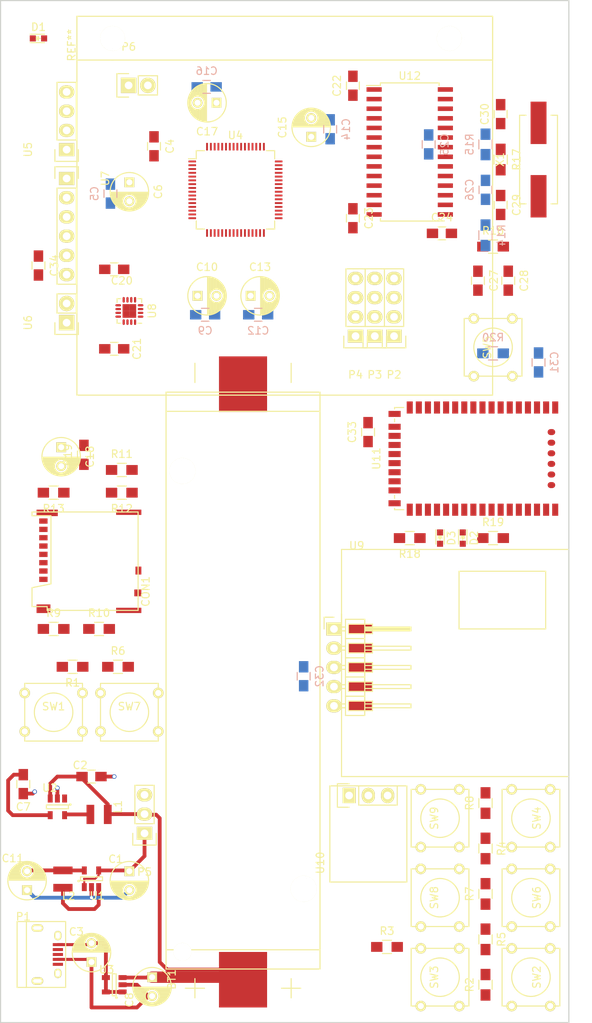
<source format=kicad_pcb>
(kicad_pcb (version 4) (host pcbnew 4.0.2-stable)
  (title_block (title "SenseWalk2: Minimalistic version") (rev 1) (company "University of Central Florida\\nSenior Design G23\\nBenoit Brummer\\n\\n\\n"))
  (layers (0 F.Cu signal) (31 B.Cu signal) (34 B.Paste user) (35 F.Paste user) (36 B.SilkS user) (37 F.SilkS user) (38 B.Mask user) (39 F.Mask user) (44 Edge.Cuts user))
  (net 0 "")
  (net 1 GND)
  (net 2 +BATT)
  (net 3 +5V)
  (net 4 +3V3)
  (net 5 PD2_SD-CMD)
  (net 6 PC10_SD-D2)
  (net 7 PC11_SD-D3)
  (net 8 PC12_SD-CK)
  (net 9 PC8_SD-D0)
  (net 10 PC9_SD-D1)
  (net 11 PA15_SD-DET)
  (net 12 "Net-(L2-Pad1)")
  (net 13 /in5)
  (net 14 /in6)
  (net 15 /in7)
  (net 16 /in8)
  (net 17 /in1)
  (net 18 /in2)
  (net 19 /in3)
  (net 20 /in4)
  (net 21 PC13_dbg)
  (net 22 NRST)
  (net 23 PC0_MP3-SCL)
  (net 24 PC1_MP3-SDA)
  (net 25 PC2_MAG-MISO)
  (net 26 PA0_las)
  (net 27 PA1_las)
  (net 28 PA2_UART)
  (net 29 PA3_UART)
  (net 30 PA4_BTpcm-Sync)
  (net 31 PA5_MP3-SCK)
  (net 32 PA6_BT-RTS)
  (net 33 PA7_MP3-SDI)
  (net 34 PC4_BT-RX)
  (net 35 PC5_BT-TX)
  (net 36 PB1_BT-CTS)
  (net 37 PB2_BT-GP2)
  (net 38 PB10_MAG-SPC)
  (net 39 "Net-(D1-Pad2)")
  (net 40 PB12_MAG-INT)
  (net 41 PB13_MAG-TRIG)
  (net 42 PB14_MP3-RST)
  (net 43 PB15_MAG-MOSI)
  (net 44 PC6_MP3-DR)
  (net 45 PA9_GPS-RX)
  (net 46 PA13_dbg)
  (net 47 PA14_dbg)
  (net 48 PB3_BTpcm-CLK)
  (net 49 PB5_BTpcm-IN)
  (net 50 PB7_GPS-TX)
  (net 51 PB9_MAG-CS)
  (net 52 "Net-(P4-Pad4)")
  (net 53 "Net-(P4-Pad1)")
  (net 54 "Net-(P4-Pad2)")
  (net 55 "Net-(C26-Pad1)")
  (net 56 "Net-(C28-Pad1)")
  (net 57 "Net-(C29-Pad1)")
  (net 58 "Net-(C27-Pad1)")
  (net 59 "Net-(D2-Pad2)")
  (net 60 "Net-(D2-Pad1)")
  (net 61 "Net-(D3-Pad2)")
  (net 62 "Net-(D3-Pad1)")
  (net 63 "Net-(P3-Pad1)")
  (net 64 "Net-(P3-Pad2)")
  (net 65 "Net-(P3-Pad3)")
  (net 66 "Net-(P3-Pad4)")
  (net 67 "Net-(L1-Pad2)")
  (net 68 "Net-(C3-Pad2)")
  (net 69 "Net-(C26-Pad2)")
  (net 70 "Net-(C30-Pad1)")
  (net 71 PB0_mic)
  (net 72 PB11_BT-GP9)
  (net 73 x-in-1)
  (net 74 x-in-2)
  (net 75 /3VEN)
  (net 76 /5VEN)
  (module Capacitors_ThroughHole:C_Radial_D5_L11_P2.5 (layer F.Cu) (at 54 155 270)
    (fp_text reference C1 (at -1.6 1.8 540) (layer F.SilkS))
    (fp_text value 10uF)
    (pad 1 thru_hole rect (at 0 0 270) (size 1.3 1.3) (drill 0.8) (layers *.Cu *.Mask F.SilkS) (net 75 /3VEN))
    (pad 2 thru_hole circle (at 2.5 0 270) (size 1.3 1.3) (drill 0.8) (layers *.Cu *.Mask F.SilkS) (net 1 GND))
  )
  (module con-trougnouf:MicroSD (layer F.Cu) (at 42.65 112.05 90)
    (fp_text reference CON1 (at -6 13.5 90) (layer F.SilkS))
    (fp_text value uSD_Card)
    (pad 6 smd rect (at -2.2 0 90) (size 0.7 1.1) (layers F.Cu F.Paste F.Mask) (net 1 GND))
    (pad 3 smd rect (at 1.1 0 90) (size 0.7 1.1) (layers F.Cu F.Paste F.Mask) (net 5 PD2_SD-CMD))
    (pad ~ smd rect (at 4.38 0.5 90) (size 0.86 2.8) (layers F.Cu F.Paste F.Mask))
    (pad 1 smd rect (at 3.3 0 90) (size 0.7 1.1) (layers F.Cu F.Paste F.Mask) (net 6 PC10_SD-D2))
    (pad 2 smd rect (at 2.2 0 90) (size 0.7 1.1) (layers F.Cu F.Paste F.Mask) (net 7 PC11_SD-D3))
    (pad 4 smd rect (at 0 0 90) (size 0.7 1.1) (layers F.Cu F.Paste F.Mask) (net 4 +3V3))
    (pad 5 smd rect (at -1.1 0 90) (size 0.7 1.1) (layers F.Cu F.Paste F.Mask) (net 8 PC12_SD-CK))
    (pad 7 smd rect (at -3.3 0 90) (size 0.7 1.1) (layers F.Cu F.Paste F.Mask) (net 9 PC8_SD-D0))
    (pad 8 smd rect (at -4.4 0 90) (size 0.7 1.1) (layers F.Cu F.Paste F.Mask) (net 10 PC9_SD-D1))
    (pad ~ smd rect (at -8.28 0.015 90) (size 1.14 1.83) (layers F.Cu F.Paste F.Mask))
    (pad ~ smd rect (at -8.5 11.265 90) (size 0.7 3.33) (layers F.Cu F.Paste F.Mask))
    (pad 6 smd rect (at -6.19 12.465 90) (size 0.9 0.93) (layers F.Cu F.Paste F.Mask) (net 1 GND))
    (pad 9 smd rect (at -3.24 12.54 90) (size 1.05 0.78) (layers F.Cu F.Paste F.Mask) (net 11 PA15_SD-DET))
    (pad ~ smd rect (at 4.46 11.265 90) (size 0.7 3.33) (layers F.Cu F.Paste F.Mask))
  )
  (module BT:RN-52 (layer F.Cu) (at 102 100.5 270)
    (fp_text reference U11 (at 0 15.4 270) (layer F.SilkS))
    (fp_text value RN-52)
    (pad 28 smd rect (at 6.75 11 270) (size 1.6 0.8) (layers F.Cu F.Paste F.Mask))
    (pad 27 smd rect (at 5.9 13 270) (size 0.8 1.6) (layers F.Cu F.Paste F.Mask) (net 1 GND))
    (pad 19 smd rect (at -4.2 13 270) (size 0.8 1.6) (layers F.Cu F.Paste F.Mask))
    (pad 1 smd rect (at -6.75 -8.2 270) (size 1.6 0.8) (layers F.Cu F.Paste F.Mask) (net 1 GND))
    (pad 2 smd rect (at -6.75 -7 270) (size 1.6 0.8) (layers F.Cu F.Paste F.Mask) (net 37 PB2_BT-GP2))
    (pad 3 smd rect (at -6.75 -5.8 270) (size 1.6 0.8) (layers F.Cu F.Paste F.Mask))
    (pad 4 smd rect (at -6.75 -4.6 270) (size 1.6 0.8) (layers F.Cu F.Paste F.Mask))
    (pad 5 smd rect (at -6.75 -3.4 270) (size 1.6 0.8) (layers F.Cu F.Paste F.Mask))
    (pad 6 smd rect (at -6.75 -2.2 270) (size 1.6 0.8) (layers F.Cu F.Paste F.Mask))
    (pad 7 smd rect (at -6.75 -1 270) (size 1.6 0.8) (layers F.Cu F.Paste F.Mask))
    (pad 8 smd rect (at -6.75 0.2 270) (size 1.6 0.8) (layers F.Cu F.Paste F.Mask))
    (pad 9 smd rect (at -6.75 1.4 270) (size 1.6 0.8) (layers F.Cu F.Paste F.Mask))
    (pad 10 smd rect (at -6.75 2.6 270) (size 1.6 0.8) (layers F.Cu F.Paste F.Mask))
    (pad 11 smd rect (at -6.75 3.8 270) (size 1.6 0.8) (layers F.Cu F.Paste F.Mask) (net 72 PB11_BT-GP9))
    (pad 12 smd rect (at -6.75 5 270) (size 1.6 0.8) (layers F.Cu F.Paste F.Mask))
    (pad 13 smd rect (at -6.75 6.2 270) (size 1.6 0.8) (layers F.Cu F.Paste F.Mask))
    (pad 14 smd rect (at -6.75 7.4 270) (size 1.6 0.8) (layers F.Cu F.Paste F.Mask) (net 32 PA6_BT-RTS))
    (pad 15 smd rect (at -6.75 8.6 270) (size 1.6 0.8) (layers F.Cu F.Paste F.Mask) (net 36 PB1_BT-CTS))
    (pad 16 smd rect (at -6.75 9.8 270) (size 1.6 0.8) (layers F.Cu F.Paste F.Mask) (net 35 PC5_BT-TX))
    (pad 17 smd rect (at -6.75 11 270) (size 1.6 0.8) (layers F.Cu F.Paste F.Mask) (net 34 PC4_BT-RX))
    (pad 18 smd rect (at -5.9 13 270) (size 0.8 1.6) (layers F.Cu F.Paste F.Mask) (net 1 GND))
    (pad 20 smd rect (at -3 13 270) (size 0.8 1.6) (layers F.Cu F.Paste F.Mask))
    (pad 21 smd rect (at -1.8 13 270) (size 0.8 1.6) (layers F.Cu F.Paste F.Mask) (net 4 +3V3))
    (pad 22 smd rect (at -0.6 13 270) (size 0.8 1.6) (layers F.Cu F.Paste F.Mask) (net 4 +3V3))
    (pad 23 smd rect (at 0.6 13 270) (size 0.8 1.6) (layers F.Cu F.Paste F.Mask) (net 66 "Net-(P3-Pad4)"))
    (pad 24 smd rect (at 1.8 13 270) (size 0.8 1.6) (layers F.Cu F.Paste F.Mask) (net 65 "Net-(P3-Pad3)"))
    (pad 25 smd rect (at 3 13 270) (size 0.8 1.6) (layers F.Cu F.Paste F.Mask) (net 64 "Net-(P3-Pad2)"))
    (pad 26 smd rect (at 4.2 13 270) (size 0.8 1.6) (layers F.Cu F.Paste F.Mask) (net 63 "Net-(P3-Pad1)"))
    (pad 29 smd rect (at 6.75 9.8 270) (size 1.6 0.8) (layers F.Cu F.Paste F.Mask))
    (pad 30 smd rect (at 6.75 8.6 270) (size 1.6 0.8) (layers F.Cu F.Paste F.Mask))
    (pad 31 smd rect (at 6.75 7.4 270) (size 1.6 0.8) (layers F.Cu F.Paste F.Mask))
    (pad 32 smd rect (at 6.75 6.2 270) (size 1.6 0.8) (layers F.Cu F.Paste F.Mask) (net 62 "Net-(D3-Pad1)"))
    (pad 33 smd rect (at 6.75 5 270) (size 1.6 0.8) (layers F.Cu F.Paste F.Mask) (net 60 "Net-(D2-Pad1)"))
    (pad 34 smd rect (at 6.75 3.8 270) (size 1.6 0.8) (layers F.Cu F.Paste F.Mask))
    (pad 35 smd rect (at 6.75 2.6 270) (size 1.6 0.8) (layers F.Cu F.Paste F.Mask))
    (pad 36 smd rect (at 6.75 1.4 270) (size 1.6 0.8) (layers F.Cu F.Paste F.Mask))
    (pad 37 smd rect (at 6.75 0.2 270) (size 1.6 0.8) (layers F.Cu F.Paste F.Mask))
    (pad 38 smd rect (at 6.75 -1 270) (size 1.6 0.8) (layers F.Cu F.Paste F.Mask))
    (pad 39 smd rect (at 6.75 -2.2 270) (size 1.6 0.8) (layers F.Cu F.Paste F.Mask) (net 1 GND))
    (pad 40 smd rect (at 6.75 -3.4 270) (size 1.6 0.8) (layers F.Cu F.Paste F.Mask))
    (pad 41 smd rect (at 6.75 -4.6 270) (size 1.6 0.8) (layers F.Cu F.Paste F.Mask))
    (pad 42 smd rect (at 6.75 -5.8 270) (size 1.6 0.8) (layers F.Cu F.Paste F.Mask))
    (pad 43 smd rect (at 6.75 -7 270) (size 1.6 0.8) (layers F.Cu F.Paste F.Mask))
    (pad 44 smd rect (at 6.75 -8.2 270) (size 1.6 0.8) (layers F.Cu F.Paste F.Mask) (net 1 GND))
    (pad 45 smd oval (at 3.5 -7.7 270) (size 0.8 1) (layers F.Cu F.Paste F.Mask) (net 1 GND))
    (pad 46 smd oval (at 2.1 -7.7 270) (size 0.8 1) (layers F.Cu F.Paste F.Mask) (net 1 GND))
    (pad 47 smd oval (at 0.7 -7.7 270) (size 0.8 1) (layers F.Cu F.Paste F.Mask) (net 1 GND))
    (pad 48 smd oval (at -0.7 -7.7 270) (size 0.8 1) (layers F.Cu F.Paste F.Mask) (net 1 GND))
    (pad 49 smd oval (at -2.1 -7.7 270) (size 0.8 1) (layers F.Cu F.Paste F.Mask) (net 1 GND))
    (pad 50 smd oval (at -3.5 -7.7 270) (size 0.8 1) (layers F.Cu F.Paste F.Mask) (net 1 GND))
  )
  (module con-trougnouf:18650BatteryHolder (layer F.Cu) (at 69 173 270)
    (fp_text reference BT1 (at -3.7 9.4 270) (layer F.SilkS))
    (fp_text value Battery)
    (pad "" np_thru_hole oval (at -70.87 8 270) (size 3.45 3.45) (drill 3.45) (layers *.Cu *.Mask F.SilkS))
    (pad 1 smd rect (at -3.67 0 270) (size 7.34 6.35) (layers F.Cu F.Paste F.Mask) (net 2 +BATT))
    (pad 2 smd rect (at -82.33 0 270) (size 7.34 6.35) (layers F.Cu F.Paste F.Mask) (net 1 GND))
    (pad "" np_thru_hole oval (at -7.34 8 270) (size 2.39 2.39) (drill 2.39) (layers *.Cu *.Mask F.SilkS))
    (pad "" np_thru_hole oval (at -15.67 -8 270) (size 3.45 3.45) (drill 3.45) (layers *.Cu *.Mask F.SilkS))
  )
  (module Capacitors_ThroughHole:C_Radial_D5_L11_P2.5 (layer F.Cu) (at 49 167 90)
    (fp_text reference C3 (at 4 -2 180) (layer F.SilkS))
    (fp_text value 1uF)
    (pad 1 thru_hole rect (at 0 0 90) (size 1.3 1.3) (drill 0.8) (layers *.Cu *.Mask F.SilkS) (net 1 GND))
    (pad 2 thru_hole circle (at 2.5 0 90) (size 1.3 1.3) (drill 0.8) (layers *.Cu *.Mask F.SilkS) (net 68 "Net-(C3-Pad2)"))
  )
  (module Capacitors_SMD:C_0805_HandSoldering (layer F.Cu) (at 57.25 59.25 270)
    (fp_text reference C4 (at 0 -2.1 270) (layer F.SilkS))
    (fp_text value 0.1uF)
    (pad 1 smd rect (at -1.25 0 270) (size 1.5 1.25) (layers F.Cu F.Paste F.Mask) (net 1 GND))
    (pad 2 smd rect (at 1.25 0 270) (size 1.5 1.25) (layers F.Cu F.Paste F.Mask) (net 4 +3V3))
  )
  (module Capacitors_ThroughHole:C_Radial_D5_L11_P2.5 (layer F.Cu) (at 54 64 270)
    (fp_text reference C6 (at 1.25 -3.8 270) (layer F.SilkS))
    (fp_text value 4.7uF)
    (pad 1 thru_hole rect (at 0 0 270) (size 1.3 1.3) (drill 0.8) (layers *.Cu *.Mask F.SilkS) (net 1 GND))
    (pad 2 thru_hole circle (at 2.5 0 270) (size 1.3 1.3) (drill 0.8) (layers *.Cu *.Mask F.SilkS) (net 4 +3V3))
  )
  (module Capacitors_SMD:C_0805_HandSoldering (layer F.Cu) (at 40 143.5 270)
    (fp_text reference C7 (at 3 0 360) (layer F.SilkS))
    (fp_text value 10uF)
    (pad 1 smd rect (at -1.25 0 270) (size 1.5 1.25) (layers F.Cu F.Paste F.Mask) (net 3 +5V))
    (pad 2 smd rect (at 1.25 0 270) (size 1.5 1.25) (layers F.Cu F.Paste F.Mask) (net 1 GND))
  )
  (module Capacitors_ThroughHole:C_Radial_D5_L11_P2.5 (layer F.Cu) (at 57 169 270)
    (fp_text reference C8 (at 3 3 270) (layer F.SilkS))
    (fp_text value 1uF)
    (pad 1 thru_hole rect (at 0 0 270) (size 1.3 1.3) (drill 0.8) (layers *.Cu *.Mask F.SilkS) (net 2 +BATT))
    (pad 2 thru_hole circle (at 2.5 0 270) (size 1.3 1.3) (drill 0.8) (layers *.Cu *.Mask F.SilkS) (net 1 GND))
  )
  (module Capacitors_ThroughHole:C_Radial_D5_L11_P2.5 (layer F.Cu) (at 63 79)
    (fp_text reference C10 (at 1.25 -3.8) (layer F.SilkS))
    (fp_text value 4.7uF)
    (pad 1 thru_hole rect (at 0 0) (size 1.3 1.3) (drill 0.8) (layers *.Cu *.Mask F.SilkS) (net 1 GND))
    (pad 2 thru_hole circle (at 2.5 0) (size 1.3 1.3) (drill 0.8) (layers *.Cu *.Mask F.SilkS) (net 4 +3V3))
  )
  (module Capacitors_ThroughHole:C_Radial_D5_L11_P2.5 (layer F.Cu) (at 65.5 53.5 180)
    (fp_text reference C17 (at 1.25 -3.8 180) (layer F.SilkS))
    (fp_text value 4.7uF)
    (pad 1 thru_hole rect (at 0 0 180) (size 1.3 1.3) (drill 0.8) (layers *.Cu *.Mask F.SilkS) (net 1 GND))
    (pad 2 thru_hole circle (at 2.5 0 180) (size 1.3 1.3) (drill 0.8) (layers *.Cu *.Mask F.SilkS) (net 4 +3V3))
  )
  (module Inductors_NEOSID:Neosid_Inductor_SM-NE29_SMD1008 (layer F.Cu) (at 50 147.5 180)
    (fp_text reference L1 (at -2.5 1 450) (layer F.SilkS))
    (fp_text value 4.7uH)
    (pad 2 smd rect (at 1.14554 0 180) (size 1.02108 2.54) (layers F.Cu F.Paste F.Mask) (net 67 "Net-(L1-Pad2)"))
    (pad 1 smd rect (at -1.14554 0 180) (size 1.02108 2.54) (layers F.Cu F.Paste F.Mask) (net 2 +BATT))
  )
  (module Inductors_NEOSID:Neosid_Inductor_SM-NE29_SMD1008 (layer F.Cu) (at 45.23 156.04 90)
    (fp_text reference L2 (at -2.25 0.75 180) (layer F.SilkS))
    (fp_text value 4.7uH)
    (pad 2 smd rect (at 1.14554 0 90) (size 1.02108 2.54) (layers F.Cu F.Paste F.Mask) (net 4 +3V3))
    (pad 1 smd rect (at -1.14554 0 90) (size 1.02108 2.54) (layers F.Cu F.Paste F.Mask) (net 12 "Net-(L2-Pad1)"))
  )
  (module Connect:USB_Micro-B (layer F.Cu) (at 43 166 270)
    (fp_text reference P1 (at -5 3 360) (layer F.SilkS))
    (fp_text value USB_B)
    (pad 1 smd rect (at -1.3009 -1.56254) (size 1.35 0.4) (layers F.Cu F.Paste F.Mask) (net 68 "Net-(C3-Pad2)"))
    (pad 2 smd rect (at -0.6509 -1.56254) (size 1.35 0.4) (layers F.Cu F.Paste F.Mask))
    (pad 3 smd rect (at -0.0009 -1.56254) (size 1.35 0.4) (layers F.Cu F.Paste F.Mask))
    (pad 4 smd rect (at 0.6491 -1.56254) (size 1.35 0.4) (layers F.Cu F.Paste F.Mask) (net 1 GND))
    (pad 5 smd rect (at 1.2991 -1.56254) (size 1.35 0.4) (layers F.Cu F.Paste F.Mask))
    (pad 6 thru_hole oval (at -2.5009 -1.56254) (size 0.95 1.25) (drill oval 0.55 0.85) (layers *.Cu *.Mask F.SilkS))
    (pad 6 thru_hole oval (at 2.4991 -1.56254) (size 0.95 1.25) (drill oval 0.55 0.85) (layers *.Cu *.Mask F.SilkS))
    (pad 6 thru_hole oval (at -3.5009 1.13746) (size 1.55 1) (drill oval 1.15 0.5) (layers *.Cu *.Mask F.SilkS))
    (pad 6 thru_hole oval (at 3.4991 1.13746) (size 1.55 1) (drill oval 1.15 0.5) (layers *.Cu *.Mask F.SilkS))
  )
  (module Buttons_Switches_ThroughHole:SW_PUSH_SMALL (layer F.Cu) (at 44 134)
    (fp_text reference SW1 (at 0 -0.762) (layer F.SilkS))
    (fp_text value SW_PUSH)
    (pad 1 thru_hole circle (at 3.81 -2.54) (size 1.397 1.397) (drill 0.8128) (layers *.Cu *.Mask F.SilkS) (net 13 /in5))
    (pad 2 thru_hole circle (at 3.81 2.54) (size 1.397 1.397) (drill 0.8128) (layers *.Cu *.Mask F.SilkS) (net 4 +3V3))
    (pad 1 thru_hole circle (at -3.81 -2.54) (size 1.397 1.397) (drill 0.8128) (layers *.Cu *.Mask F.SilkS) (net 13 /in5))
    (pad 2 thru_hole circle (at -3.81 2.54) (size 1.397 1.397) (drill 0.8128) (layers *.Cu *.Mask F.SilkS) (net 4 +3V3))
  )
  (module Buttons_Switches_ThroughHole:SW_PUSH_SMALL (layer F.Cu) (at 107 169 270)
    (fp_text reference SW2 (at 0 -0.762 270) (layer F.SilkS))
    (fp_text value SW_PUSH)
    (pad 1 thru_hole circle (at 3.81 -2.54 270) (size 1.397 1.397) (drill 0.8128) (layers *.Cu *.Mask F.SilkS) (net 14 /in6))
    (pad 2 thru_hole circle (at 3.81 2.54 270) (size 1.397 1.397) (drill 0.8128) (layers *.Cu *.Mask F.SilkS) (net 4 +3V3))
    (pad 1 thru_hole circle (at -3.81 -2.54 270) (size 1.397 1.397) (drill 0.8128) (layers *.Cu *.Mask F.SilkS) (net 14 /in6))
    (pad 2 thru_hole circle (at -3.81 2.54 270) (size 1.397 1.397) (drill 0.8128) (layers *.Cu *.Mask F.SilkS) (net 4 +3V3))
  )
  (module Buttons_Switches_ThroughHole:SW_PUSH_SMALL (layer F.Cu) (at 95 169 90)
    (fp_text reference SW3 (at 0 -0.762 90) (layer F.SilkS))
    (fp_text value SW_PUSH)
    (pad 1 thru_hole circle (at 3.81 -2.54 90) (size 1.397 1.397) (drill 0.8128) (layers *.Cu *.Mask F.SilkS) (net 15 /in7))
    (pad 2 thru_hole circle (at 3.81 2.54 90) (size 1.397 1.397) (drill 0.8128) (layers *.Cu *.Mask F.SilkS) (net 4 +3V3))
    (pad 1 thru_hole circle (at -3.81 -2.54 90) (size 1.397 1.397) (drill 0.8128) (layers *.Cu *.Mask F.SilkS) (net 15 /in7))
    (pad 2 thru_hole circle (at -3.81 2.54 90) (size 1.397 1.397) (drill 0.8128) (layers *.Cu *.Mask F.SilkS) (net 4 +3V3))
  )
  (module Buttons_Switches_ThroughHole:SW_PUSH_SMALL (layer F.Cu) (at 107 148 270)
    (fp_text reference SW4 (at 0 -0.762 270) (layer F.SilkS))
    (fp_text value SW_PUSH)
    (pad 1 thru_hole circle (at 3.81 -2.54 270) (size 1.397 1.397) (drill 0.8128) (layers *.Cu *.Mask F.SilkS) (net 16 /in8))
    (pad 2 thru_hole circle (at 3.81 2.54 270) (size 1.397 1.397) (drill 0.8128) (layers *.Cu *.Mask F.SilkS) (net 4 +3V3))
    (pad 1 thru_hole circle (at -3.81 -2.54 270) (size 1.397 1.397) (drill 0.8128) (layers *.Cu *.Mask F.SilkS) (net 16 /in8))
    (pad 2 thru_hole circle (at -3.81 2.54 270) (size 1.397 1.397) (drill 0.8128) (layers *.Cu *.Mask F.SilkS) (net 4 +3V3))
  )
  (module Buttons_Switches_ThroughHole:SW_PUSH_SMALL (layer F.Cu) (at 107 158.5 270)
    (fp_text reference SW6 (at 0 -0.762 270) (layer F.SilkS))
    (fp_text value SW_PUSH)
    (pad 1 thru_hole circle (at 3.81 -2.54 270) (size 1.397 1.397) (drill 0.8128) (layers *.Cu *.Mask F.SilkS) (net 17 /in1))
    (pad 2 thru_hole circle (at 3.81 2.54 270) (size 1.397 1.397) (drill 0.8128) (layers *.Cu *.Mask F.SilkS) (net 4 +3V3))
    (pad 1 thru_hole circle (at -3.81 -2.54 270) (size 1.397 1.397) (drill 0.8128) (layers *.Cu *.Mask F.SilkS) (net 17 /in1))
    (pad 2 thru_hole circle (at -3.81 2.54 270) (size 1.397 1.397) (drill 0.8128) (layers *.Cu *.Mask F.SilkS) (net 4 +3V3))
  )
  (module Buttons_Switches_ThroughHole:SW_PUSH_SMALL (layer F.Cu) (at 54 134)
    (fp_text reference SW7 (at 0 -0.762) (layer F.SilkS))
    (fp_text value SW_PUSH)
    (pad 1 thru_hole circle (at 3.81 -2.54) (size 1.397 1.397) (drill 0.8128) (layers *.Cu *.Mask F.SilkS) (net 18 /in2))
    (pad 2 thru_hole circle (at 3.81 2.54) (size 1.397 1.397) (drill 0.8128) (layers *.Cu *.Mask F.SilkS) (net 4 +3V3))
    (pad 1 thru_hole circle (at -3.81 -2.54) (size 1.397 1.397) (drill 0.8128) (layers *.Cu *.Mask F.SilkS) (net 18 /in2))
    (pad 2 thru_hole circle (at -3.81 2.54) (size 1.397 1.397) (drill 0.8128) (layers *.Cu *.Mask F.SilkS) (net 4 +3V3))
  )
  (module Buttons_Switches_ThroughHole:SW_PUSH_SMALL (layer F.Cu) (at 95 158.5 90)
    (fp_text reference SW8 (at 0 -0.762 90) (layer F.SilkS))
    (fp_text value SW_PUSH)
    (pad 1 thru_hole circle (at 3.81 -2.54 90) (size 1.397 1.397) (drill 0.8128) (layers *.Cu *.Mask F.SilkS) (net 19 /in3))
    (pad 2 thru_hole circle (at 3.81 2.54 90) (size 1.397 1.397) (drill 0.8128) (layers *.Cu *.Mask F.SilkS) (net 4 +3V3))
    (pad 1 thru_hole circle (at -3.81 -2.54 90) (size 1.397 1.397) (drill 0.8128) (layers *.Cu *.Mask F.SilkS) (net 19 /in3))
    (pad 2 thru_hole circle (at -3.81 2.54 90) (size 1.397 1.397) (drill 0.8128) (layers *.Cu *.Mask F.SilkS) (net 4 +3V3))
  )
  (module Buttons_Switches_ThroughHole:SW_PUSH_SMALL (layer F.Cu) (at 95 148 90)
    (fp_text reference SW9 (at 0 -0.762 90) (layer F.SilkS))
    (fp_text value SW_PUSH)
    (pad 1 thru_hole circle (at 3.81 -2.54 90) (size 1.397 1.397) (drill 0.8128) (layers *.Cu *.Mask F.SilkS) (net 20 /in4))
    (pad 2 thru_hole circle (at 3.81 2.54 90) (size 1.397 1.397) (drill 0.8128) (layers *.Cu *.Mask F.SilkS) (net 4 +3V3))
    (pad 1 thru_hole circle (at -3.81 -2.54 90) (size 1.397 1.397) (drill 0.8128) (layers *.Cu *.Mask F.SilkS) (net 20 /in4))
    (pad 2 thru_hole circle (at -3.81 2.54 90) (size 1.397 1.397) (drill 0.8128) (layers *.Cu *.Mask F.SilkS) (net 4 +3V3))
  )
  (module TO_SOT_Packages_SMD:SOT-23-5 (layer F.Cu) (at 44.5 146.5 270)
    (fp_text reference U2 (at -2.5 1 360) (layer F.SilkS))
    (fp_text value XC9140)
    (pad 1 smd rect (at -1.1 -0.95 270) (size 1.06 0.65) (layers F.Cu F.Paste F.Mask) (net 76 /5VEN))
    (pad 2 smd rect (at -1.1 0 270) (size 1.06 0.65) (layers F.Cu F.Paste F.Mask) (net 1 GND))
    (pad 3 smd rect (at -1.1 0.95 270) (size 1.06 0.65) (layers F.Cu F.Paste F.Mask) (net 2 +BATT))
    (pad 4 smd rect (at 1.1 0.95 270) (size 1.06 0.65) (layers F.Cu F.Paste F.Mask) (net 3 +5V))
    (pad 5 smd rect (at 1.1 -0.95 270) (size 1.06 0.65) (layers F.Cu F.Paste F.Mask) (net 67 "Net-(L1-Pad2)"))
  )
  (module TO_SOT_Packages_SMD:SOT-23-5 (layer F.Cu) (at 52 170 180)
    (fp_text reference U3 (at 1 2 180) (layer F.SilkS))
    (fp_text value MCP73811/2)
    (pad 1 smd rect (at -1.1 -0.95 180) (size 1.06 0.65) (layers F.Cu F.Paste F.Mask) (net 68 "Net-(C3-Pad2)"))
    (pad 2 smd rect (at -1.1 0 180) (size 1.06 0.65) (layers F.Cu F.Paste F.Mask) (net 1 GND))
    (pad 3 smd rect (at -1.1 0.95 180) (size 1.06 0.65) (layers F.Cu F.Paste F.Mask) (net 2 +BATT))
    (pad 4 smd rect (at 1.1 0.95 180) (size 1.06 0.65) (layers F.Cu F.Paste F.Mask) (net 68 "Net-(C3-Pad2)"))
    (pad 5 smd rect (at 1.1 -0.95 180) (size 1.06 0.65) (layers F.Cu F.Paste F.Mask) (net 68 "Net-(C3-Pad2)"))
  )
  (module Housings_QFP:LQFP-64_10x10mm_Pitch0.5mm (layer F.Cu) (at 68 65)
    (fp_text reference U4 (at 0 -7.2) (layer F.SilkS))
    (fp_text value STM32L476R)
    (pad 1 smd rect (at -5.7 -3.75) (size 1 0.25) (layers F.Cu F.Paste F.Mask) (net 4 +3V3))
    (pad 2 smd rect (at -5.7 -3.25) (size 1 0.25) (layers F.Cu F.Paste F.Mask) (net 21 PC13_dbg))
    (pad 3 smd rect (at -5.7 -2.75) (size 1 0.25) (layers F.Cu F.Paste F.Mask) (net 13 /in5))
    (pad 4 smd rect (at -5.7 -2.25) (size 1 0.25) (layers F.Cu F.Paste F.Mask) (net 14 /in6))
    (pad 5 smd rect (at -5.7 -1.75) (size 1 0.25) (layers F.Cu F.Paste F.Mask) (net 15 /in7))
    (pad 6 smd rect (at -5.7 -1.25) (size 1 0.25) (layers F.Cu F.Paste F.Mask) (net 16 /in8))
    (pad 7 smd rect (at -5.7 -0.75) (size 1 0.25) (layers F.Cu F.Paste F.Mask) (net 22 NRST))
    (pad 8 smd rect (at -5.7 -0.25) (size 1 0.25) (layers F.Cu F.Paste F.Mask) (net 23 PC0_MP3-SCL))
    (pad 9 smd rect (at -5.7 0.25) (size 1 0.25) (layers F.Cu F.Paste F.Mask) (net 24 PC1_MP3-SDA))
    (pad 10 smd rect (at -5.7 0.75) (size 1 0.25) (layers F.Cu F.Paste F.Mask) (net 25 PC2_MAG-MISO))
    (pad 11 smd rect (at -5.7 1.25) (size 1 0.25) (layers F.Cu F.Paste F.Mask))
    (pad 12 smd rect (at -5.7 1.75) (size 1 0.25) (layers F.Cu F.Paste F.Mask) (net 1 GND))
    (pad 13 smd rect (at -5.7 2.25) (size 1 0.25) (layers F.Cu F.Paste F.Mask) (net 4 +3V3))
    (pad 14 smd rect (at -5.7 2.75) (size 1 0.25) (layers F.Cu F.Paste F.Mask) (net 26 PA0_las))
    (pad 15 smd rect (at -5.7 3.25) (size 1 0.25) (layers F.Cu F.Paste F.Mask) (net 27 PA1_las))
    (pad 16 smd rect (at -5.7 3.75) (size 1 0.25) (layers F.Cu F.Paste F.Mask) (net 28 PA2_UART))
    (pad 17 smd rect (at -3.75 5.7 90) (size 1 0.25) (layers F.Cu F.Paste F.Mask) (net 29 PA3_UART))
    (pad 18 smd rect (at -3.25 5.7 90) (size 1 0.25) (layers F.Cu F.Paste F.Mask) (net 1 GND))
    (pad 19 smd rect (at -2.75 5.7 90) (size 1 0.25) (layers F.Cu F.Paste F.Mask) (net 4 +3V3))
    (pad 20 smd rect (at -2.25 5.7 90) (size 1 0.25) (layers F.Cu F.Paste F.Mask) (net 30 PA4_BTpcm-Sync))
    (pad 21 smd rect (at -1.75 5.7 90) (size 1 0.25) (layers F.Cu F.Paste F.Mask) (net 31 PA5_MP3-SCK))
    (pad 22 smd rect (at -1.25 5.7 90) (size 1 0.25) (layers F.Cu F.Paste F.Mask) (net 32 PA6_BT-RTS))
    (pad 23 smd rect (at -0.75 5.7 90) (size 1 0.25) (layers F.Cu F.Paste F.Mask) (net 33 PA7_MP3-SDI))
    (pad 24 smd rect (at -0.25 5.7 90) (size 1 0.25) (layers F.Cu F.Paste F.Mask) (net 34 PC4_BT-RX))
    (pad 25 smd rect (at 0.25 5.7 90) (size 1 0.25) (layers F.Cu F.Paste F.Mask) (net 35 PC5_BT-TX))
    (pad 26 smd rect (at 0.75 5.7 90) (size 1 0.25) (layers F.Cu F.Paste F.Mask) (net 71 PB0_mic))
    (pad 27 smd rect (at 1.25 5.7 90) (size 1 0.25) (layers F.Cu F.Paste F.Mask) (net 36 PB1_BT-CTS))
    (pad 28 smd rect (at 1.75 5.7 90) (size 1 0.25) (layers F.Cu F.Paste F.Mask) (net 37 PB2_BT-GP2))
    (pad 29 smd rect (at 2.25 5.7 90) (size 1 0.25) (layers F.Cu F.Paste F.Mask) (net 38 PB10_MAG-SPC))
    (pad 30 smd rect (at 2.75 5.7 90) (size 1 0.25) (layers F.Cu F.Paste F.Mask) (net 72 PB11_BT-GP9))
    (pad 31 smd rect (at 3.25 5.7 90) (size 1 0.25) (layers F.Cu F.Paste F.Mask) (net 1 GND))
    (pad 32 smd rect (at 3.75 5.7 90) (size 1 0.25) (layers F.Cu F.Paste F.Mask) (net 4 +3V3))
    (pad 33 smd rect (at 5.7 3.75) (size 1 0.25) (layers F.Cu F.Paste F.Mask) (net 40 PB12_MAG-INT))
    (pad 34 smd rect (at 5.7 3.25) (size 1 0.25) (layers F.Cu F.Paste F.Mask) (net 41 PB13_MAG-TRIG))
    (pad 35 smd rect (at 5.7 2.75) (size 1 0.25) (layers F.Cu F.Paste F.Mask) (net 42 PB14_MP3-RST))
    (pad 36 smd rect (at 5.7 2.25) (size 1 0.25) (layers F.Cu F.Paste F.Mask) (net 43 PB15_MAG-MOSI))
    (pad 37 smd rect (at 5.7 1.75) (size 1 0.25) (layers F.Cu F.Paste F.Mask) (net 44 PC6_MP3-DR))
    (pad 38 smd rect (at 5.7 1.25) (size 1 0.25) (layers F.Cu F.Paste F.Mask) (net 76 /5VEN))
    (pad 39 smd rect (at 5.7 0.75) (size 1 0.25) (layers F.Cu F.Paste F.Mask) (net 9 PC8_SD-D0))
    (pad 40 smd rect (at 5.7 0.25) (size 1 0.25) (layers F.Cu F.Paste F.Mask) (net 10 PC9_SD-D1))
    (pad 41 smd rect (at 5.7 -0.25) (size 1 0.25) (layers F.Cu F.Paste F.Mask) (net 17 /in1))
    (pad 42 smd rect (at 5.7 -0.75) (size 1 0.25) (layers F.Cu F.Paste F.Mask) (net 45 PA9_GPS-RX))
    (pad 43 smd rect (at 5.7 -1.25) (size 1 0.25) (layers F.Cu F.Paste F.Mask) (net 18 /in2))
    (pad 44 smd rect (at 5.7 -1.75) (size 1 0.25) (layers F.Cu F.Paste F.Mask) (net 19 /in3))
    (pad 45 smd rect (at 5.7 -2.25) (size 1 0.25) (layers F.Cu F.Paste F.Mask) (net 20 /in4))
    (pad 46 smd rect (at 5.7 -2.75) (size 1 0.25) (layers F.Cu F.Paste F.Mask) (net 46 PA13_dbg))
    (pad 47 smd rect (at 5.7 -3.25) (size 1 0.25) (layers F.Cu F.Paste F.Mask) (net 1 GND))
    (pad 48 smd rect (at 5.7 -3.75) (size 1 0.25) (layers F.Cu F.Paste F.Mask) (net 4 +3V3))
    (pad 49 smd rect (at 3.75 -5.7 90) (size 1 0.25) (layers F.Cu F.Paste F.Mask) (net 47 PA14_dbg))
    (pad 50 smd rect (at 3.25 -5.7 90) (size 1 0.25) (layers F.Cu F.Paste F.Mask) (net 11 PA15_SD-DET))
    (pad 51 smd rect (at 2.75 -5.7 90) (size 1 0.25) (layers F.Cu F.Paste F.Mask) (net 6 PC10_SD-D2))
    (pad 52 smd rect (at 2.25 -5.7 90) (size 1 0.25) (layers F.Cu F.Paste F.Mask) (net 7 PC11_SD-D3))
    (pad 53 smd rect (at 1.75 -5.7 90) (size 1 0.25) (layers F.Cu F.Paste F.Mask) (net 8 PC12_SD-CK))
    (pad 54 smd rect (at 1.25 -5.7 90) (size 1 0.25) (layers F.Cu F.Paste F.Mask) (net 5 PD2_SD-CMD))
    (pad 55 smd rect (at 0.75 -5.7 90) (size 1 0.25) (layers F.Cu F.Paste F.Mask) (net 48 PB3_BTpcm-CLK))
    (pad 56 smd rect (at 0.25 -5.7 90) (size 1 0.25) (layers F.Cu F.Paste F.Mask) (net 73 x-in-1))
    (pad 57 smd rect (at -0.25 -5.7 90) (size 1 0.25) (layers F.Cu F.Paste F.Mask) (net 49 PB5_BTpcm-IN))
    (pad 58 smd rect (at -0.75 -5.7 90) (size 1 0.25) (layers F.Cu F.Paste F.Mask) (net 74 x-in-2))
    (pad 59 smd rect (at -1.25 -5.7 90) (size 1 0.25) (layers F.Cu F.Paste F.Mask) (net 50 PB7_GPS-TX))
    (pad 60 smd rect (at -1.75 -5.7 90) (size 1 0.25) (layers F.Cu F.Paste F.Mask))
    (pad 61 smd rect (at -2.25 -5.7 90) (size 1 0.25) (layers F.Cu F.Paste F.Mask) (net 39 "Net-(D1-Pad2)"))
    (pad 62 smd rect (at -2.75 -5.7 90) (size 1 0.25) (layers F.Cu F.Paste F.Mask) (net 51 PB9_MAG-CS))
    (pad 63 smd rect (at -3.25 -5.7 90) (size 1 0.25) (layers F.Cu F.Paste F.Mask) (net 1 GND))
    (pad 64 smd rect (at -3.75 -5.7 90) (size 1 0.25) (layers F.Cu F.Paste F.Mask) (net 4 +3V3))
  )
  (module con-trougnouf:Socket_Strip_Straight_1x04_3467 (layer F.Cu) (at 45.72 59.69 90)
    (fp_text reference U5 (at 0 -5.1 90) (layer F.SilkS))
    (fp_text value Lightware_SF10/A)
    (pad 3 thru_hole rect (at 0 0 90) (size 1.7272 2.032) (drill 1.016) (layers *.Cu *.Mask F.SilkS) (net 27 PA1_las))
    (pad 4 thru_hole oval (at 2.54 0 90) (size 1.7272 2.032) (drill 1.016) (layers *.Cu *.Mask F.SilkS) (net 26 PA0_las))
    (pad 6 thru_hole oval (at 5.08 0 90) (size 1.7272 2.032) (drill 1.016) (layers *.Cu *.Mask F.SilkS) (net 1 GND))
    (pad 7 thru_hole oval (at 7.62 0 90) (size 1.7272 2.032) (drill 1.016) (layers *.Cu *.Mask F.SilkS) (net 3 +5V))
  )
  (module Housings_DFN_QFN:QFN-16-1EP_3x3mm_Pitch0.5mm (layer F.Cu) (at 54 81 180)
    (fp_text reference U8 (at -3 0 270) (layer F.SilkS))
    (fp_text value MLX90393)
    (pad 1 smd oval (at -1.475 -0.75 180) (size 0.75 0.3) (layers F.Cu F.Paste F.Mask) (net 40 PB12_MAG-INT))
    (pad 2 smd oval (at -1.475 -0.25 180) (size 0.75 0.3) (layers F.Cu F.Paste F.Mask) (net 51 PB9_MAG-CS))
    (pad 3 smd oval (at -1.475 0.25 180) (size 0.75 0.3) (layers F.Cu F.Paste F.Mask) (net 38 PB10_MAG-SPC))
    (pad 4 smd oval (at -1.475 0.75 180) (size 0.75 0.3) (layers F.Cu F.Paste F.Mask))
    (pad 5 smd oval (at -0.75 1.475 270) (size 0.75 0.3) (layers F.Cu F.Paste F.Mask) (net 43 PB15_MAG-MOSI))
    (pad 6 smd oval (at -0.25 1.475 270) (size 0.75 0.3) (layers F.Cu F.Paste F.Mask) (net 25 PC2_MAG-MISO))
    (pad 7 smd oval (at 0.25 1.475 270) (size 0.75 0.3) (layers F.Cu F.Paste F.Mask) (net 41 PB13_MAG-TRIG))
    (pad 8 smd oval (at 0.75 1.475 270) (size 0.75 0.3) (layers F.Cu F.Paste F.Mask) (net 4 +3V3))
    (pad 9 smd oval (at 1.475 0.75 180) (size 0.75 0.3) (layers F.Cu F.Paste F.Mask))
    (pad 10 smd oval (at 1.475 0.25 180) (size 0.75 0.3) (layers F.Cu F.Paste F.Mask))
    (pad 11 smd oval (at 1.475 -0.25 180) (size 0.75 0.3) (layers F.Cu F.Paste F.Mask) (net 1 GND))
    (pad 12 smd oval (at 1.475 -0.75 180) (size 0.75 0.3) (layers F.Cu F.Paste F.Mask) (net 1 GND))
    (pad 13 smd oval (at 0.75 -1.475 270) (size 0.75 0.3) (layers F.Cu F.Paste F.Mask) (net 1 GND))
    (pad 14 smd oval (at 0.25 -1.475 270) (size 0.75 0.3) (layers F.Cu F.Paste F.Mask))
    (pad 15 smd oval (at -0.25 -1.475 270) (size 0.75 0.3) (layers F.Cu F.Paste F.Mask) (net 4 +3V3))
    (pad 16 smd oval (at -0.75 -1.475 270) (size 0.75 0.3) (layers F.Cu F.Paste F.Mask))
    (pad 17 smd rect (at 0.45 0.45 180) (size 0.9 0.9) (layers F.Cu F.Paste F.Mask))
    (pad 17 smd rect (at 0.45 -0.45 180) (size 0.9 0.9) (layers F.Cu F.Paste F.Mask))
    (pad 17 smd rect (at -0.45 0.45 180) (size 0.9 0.9) (layers F.Cu F.Paste F.Mask))
    (pad 17 smd rect (at -0.45 -0.45 180) (size 0.9 0.9) (layers F.Cu F.Paste F.Mask))
  )
  (module Housings_SOIC:SOIC-28_7.5x17.9mm_Pitch1.27mm (layer F.Cu) (at 91 60)
    (fp_text reference U12 (at 0 -10.05) (layer F.SilkS))
    (fp_text value STA013)
    (pad 1 smd rect (at -4.7 -8.255) (size 2 0.6) (layers F.Cu F.Paste F.Mask) (net 4 +3V3))
    (pad 2 smd rect (at -4.7 -6.985) (size 2 0.6) (layers F.Cu F.Paste F.Mask) (net 1 GND))
    (pad 3 smd rect (at -4.7 -5.715) (size 2 0.6) (layers F.Cu F.Paste F.Mask) (net 24 PC1_MP3-SDA))
    (pad 4 smd rect (at -4.7 -4.445) (size 2 0.6) (layers F.Cu F.Paste F.Mask) (net 23 PC0_MP3-SCL))
    (pad 5 smd rect (at -4.7 -3.175) (size 2 0.6) (layers F.Cu F.Paste F.Mask) (net 33 PA7_MP3-SDI))
    (pad 6 smd rect (at -4.7 -1.905) (size 2 0.6) (layers F.Cu F.Paste F.Mask) (net 31 PA5_MP3-SCK))
    (pad 7 smd rect (at -4.7 -0.635) (size 2 0.6) (layers F.Cu F.Paste F.Mask) (net 4 +3V3))
    (pad 8 smd rect (at -4.7 0.635) (size 2 0.6) (layers F.Cu F.Paste F.Mask) (net 4 +3V3))
    (pad 9 smd rect (at -4.7 1.905) (size 2 0.6) (layers F.Cu F.Paste F.Mask) (net 52 "Net-(P4-Pad4)"))
    (pad 10 smd rect (at -4.7 3.175) (size 2 0.6) (layers F.Cu F.Paste F.Mask) (net 53 "Net-(P4-Pad1)"))
    (pad 11 smd rect (at -4.7 4.445) (size 2 0.6) (layers F.Cu F.Paste F.Mask) (net 54 "Net-(P4-Pad2)"))
    (pad 12 smd rect (at -4.7 5.715) (size 2 0.6) (layers F.Cu F.Paste F.Mask))
    (pad 13 smd rect (at -4.7 6.985) (size 2 0.6) (layers F.Cu F.Paste F.Mask) (net 1 GND))
    (pad 14 smd rect (at -4.7 8.255) (size 2 0.6) (layers F.Cu F.Paste F.Mask) (net 4 +3V3))
    (pad 15 smd rect (at 4.7 8.255) (size 2 0.6) (layers F.Cu F.Paste F.Mask) (net 1 GND))
    (pad 16 smd rect (at 4.7 6.985) (size 2 0.6) (layers F.Cu F.Paste F.Mask) (net 4 +3V3))
    (pad 17 smd rect (at 4.7 5.715) (size 2 0.6) (layers F.Cu F.Paste F.Mask) (net 69 "Net-(C26-Pad2)"))
    (pad 18 smd rect (at 4.7 4.445) (size 2 0.6) (layers F.Cu F.Paste F.Mask) (net 55 "Net-(C26-Pad1)"))
    (pad 19 smd rect (at 4.7 3.175) (size 2 0.6) (layers F.Cu F.Paste F.Mask) (net 58 "Net-(C27-Pad1)"))
    (pad 20 smd rect (at 4.7 1.905) (size 2 0.6) (layers F.Cu F.Paste F.Mask) (net 57 "Net-(C29-Pad1)"))
    (pad 21 smd rect (at 4.7 0.635) (size 2 0.6) (layers F.Cu F.Paste F.Mask) (net 70 "Net-(C30-Pad1)"))
    (pad 22 smd rect (at 4.7 -0.635) (size 2 0.6) (layers F.Cu F.Paste F.Mask) (net 1 GND))
    (pad 23 smd rect (at 4.7 -1.905) (size 2 0.6) (layers F.Cu F.Paste F.Mask) (net 4 +3V3))
    (pad 24 smd rect (at 4.7 -3.175) (size 2 0.6) (layers F.Cu F.Paste F.Mask) (net 4 +3V3))
    (pad 25 smd rect (at 4.7 -4.445) (size 2 0.6) (layers F.Cu F.Paste F.Mask) (net 1 GND))
    (pad 26 smd rect (at 4.7 -5.715) (size 2 0.6) (layers F.Cu F.Paste F.Mask) (net 42 PB14_MP3-RST))
    (pad 27 smd rect (at 4.7 -6.985) (size 2 0.6) (layers F.Cu F.Paste F.Mask) (net 1 GND))
    (pad 28 smd rect (at 4.7 -8.255) (size 2 0.6) (layers F.Cu F.Paste F.Mask) (net 44 PC6_MP3-DR))
  )
  (module Capacitors_SMD:C_0805_HandSoldering (layer F.Cu) (at 48 100 90)
    (fp_text reference C19 (at 0 -2.1 90) (layer F.SilkS))
    (fp_text value 0.1uF)
    (pad 1 smd rect (at -1.25 0 90) (size 1.5 1.25) (layers F.Cu F.Paste F.Mask) (net 4 +3V3))
    (pad 2 smd rect (at 1.25 0 90) (size 1.5 1.25) (layers F.Cu F.Paste F.Mask) (net 1 GND))
  )
  (module Capacitors_SMD:C_0805_HandSoldering (layer F.Cu) (at 52 75.5)
    (fp_text reference C20 (at 1 1.5) (layer F.SilkS))
    (fp_text value 0.1uF)
    (pad 1 smd rect (at -1.25 0) (size 1.5 1.25) (layers F.Cu F.Paste F.Mask) (net 1 GND))
    (pad 2 smd rect (at 1.25 0) (size 1.5 1.25) (layers F.Cu F.Paste F.Mask) (net 4 +3V3))
  )
  (module Capacitors_SMD:C_0805_HandSoldering (layer F.Cu) (at 52 86)
    (fp_text reference C21 (at 3 0 90) (layer F.SilkS))
    (fp_text value 0.1uF)
    (pad 1 smd rect (at -1.25 0) (size 1.5 1.25) (layers F.Cu F.Paste F.Mask) (net 1 GND))
    (pad 2 smd rect (at 1.25 0) (size 1.5 1.25) (layers F.Cu F.Paste F.Mask) (net 4 +3V3))
  )
  (module Capacitors_SMD:C_0805_HandSoldering (layer F.Cu) (at 83.5 51.25 90)
    (fp_text reference C22 (at 0 -2.1 90) (layer F.SilkS))
    (fp_text value 0.1uF)
    (pad 1 smd rect (at -1.25 0 90) (size 1.5 1.25) (layers F.Cu F.Paste F.Mask) (net 1 GND))
    (pad 2 smd rect (at 1.25 0 90) (size 1.5 1.25) (layers F.Cu F.Paste F.Mask) (net 4 +3V3))
  )
  (module Capacitors_SMD:C_0805_HandSoldering (layer F.Cu) (at 83.5 68.75 270)
    (fp_text reference C23 (at 0 -2.1 270) (layer F.SilkS))
    (fp_text value 0.1uF)
    (pad 1 smd rect (at -1.25 0 270) (size 1.5 1.25) (layers F.Cu F.Paste F.Mask) (net 1 GND))
    (pad 2 smd rect (at 1.25 0 270) (size 1.5 1.25) (layers F.Cu F.Paste F.Mask) (net 4 +3V3))
  )
  (module Capacitors_SMD:C_0805_HandSoldering (layer F.Cu) (at 95.25 70.75)
    (fp_text reference C24 (at 0 -2.1) (layer F.SilkS))
    (fp_text value 0.1uF)
    (pad 1 smd rect (at -1.25 0) (size 1.5 1.25) (layers F.Cu F.Paste F.Mask) (net 1 GND))
    (pad 2 smd rect (at 1.25 0) (size 1.5 1.25) (layers F.Cu F.Paste F.Mask) (net 4 +3V3))
  )
  (module Capacitors_SMD:C_0805_HandSoldering (layer B.Cu) (at 93.5 59 90)
    (fp_text reference C25 (at 0 2.1 90) (layer B.SilkS) (effects (justify mirror)))
    (fp_text value 0.1uF)
    (pad 1 smd rect (at -1.25 0 90) (size 1.5 1.25) (layers B.Cu B.Paste B.Mask) (net 1 GND))
    (pad 2 smd rect (at 1.25 0 90) (size 1.5 1.25) (layers B.Cu B.Paste B.Mask) (net 4 +3V3))
  )
  (module Capacitors_SMD:C_0805_HandSoldering (layer B.Cu) (at 101 65 270)
    (fp_text reference C26 (at 0 2.1 270) (layer B.SilkS) (effects (justify mirror)))
    (fp_text value 0.1uF)
    (pad 1 smd rect (at -1.25 0 270) (size 1.5 1.25) (layers B.Cu B.Paste B.Mask) (net 55 "Net-(C26-Pad1)"))
    (pad 2 smd rect (at 1.25 0 270) (size 1.5 1.25) (layers B.Cu B.Paste B.Mask) (net 69 "Net-(C26-Pad2)"))
  )
  (module Capacitors_SMD:C_0805_HandSoldering (layer F.Cu) (at 100 77 270)
    (fp_text reference C27 (at 0 -2.1 270) (layer F.SilkS))
    (fp_text value 470pF)
    (pad 1 smd rect (at -1.25 0 270) (size 1.5 1.25) (layers F.Cu F.Paste F.Mask) (net 58 "Net-(C27-Pad1)"))
    (pad 2 smd rect (at 1.25 0 270) (size 1.5 1.25) (layers F.Cu F.Paste F.Mask) (net 1 GND))
  )
  (module Capacitors_SMD:C_0805_HandSoldering (layer F.Cu) (at 104 77 270)
    (fp_text reference C28 (at 0 -2.1 270) (layer F.SilkS))
    (fp_text value 4.7nF)
    (pad 1 smd rect (at -1.25 0 270) (size 1.5 1.25) (layers F.Cu F.Paste F.Mask) (net 56 "Net-(C28-Pad1)"))
    (pad 2 smd rect (at 1.25 0 270) (size 1.5 1.25) (layers F.Cu F.Paste F.Mask) (net 1 GND))
  )
  (module Capacitors_SMD:C_0805_HandSoldering (layer F.Cu) (at 103 67 270)
    (fp_text reference C29 (at 0 -2.1 270) (layer F.SilkS))
    (fp_text value 22pF)
    (pad 1 smd rect (at -1.25 0 270) (size 1.5 1.25) (layers F.Cu F.Paste F.Mask) (net 57 "Net-(C29-Pad1)"))
    (pad 2 smd rect (at 1.25 0 270) (size 1.5 1.25) (layers F.Cu F.Paste F.Mask) (net 1 GND))
  )
  (module Capacitors_SMD:C_0805_HandSoldering (layer F.Cu) (at 103 55 90)
    (fp_text reference C30 (at 0 -2.1 90) (layer F.SilkS))
    (fp_text value 22pF)
    (pad 1 smd rect (at -1.25 0 90) (size 1.5 1.25) (layers F.Cu F.Paste F.Mask) (net 70 "Net-(C30-Pad1)"))
    (pad 2 smd rect (at 1.25 0 90) (size 1.5 1.25) (layers F.Cu F.Paste F.Mask) (net 1 GND))
  )
  (module LEDs:LED_0603 (layer F.Cu) (at 42 45)
    (fp_text reference D1 (at 0 -1.5) (layer F.SilkS))
    (fp_text value Led_Small)
    (pad 2 smd rect (at 0.7493 0 180) (size 0.79756 0.79756) (layers F.Cu F.Paste F.Mask) (net 39 "Net-(D1-Pad2)"))
    (pad 1 smd rect (at -0.7493 0 180) (size 0.79756 0.79756) (layers F.Cu F.Paste F.Mask) (net 1 GND))
  )
  (module LEDs:LED_0603 (layer F.Cu) (at 98 111 270)
    (fp_text reference D2 (at 0 -1.5 270) (layer F.SilkS))
    (fp_text value Led_B)
    (pad 2 smd rect (at 0.7493 0 90) (size 0.79756 0.79756) (layers F.Cu F.Paste F.Mask) (net 59 "Net-(D2-Pad2)"))
    (pad 1 smd rect (at -0.7493 0 90) (size 0.79756 0.79756) (layers F.Cu F.Paste F.Mask) (net 60 "Net-(D2-Pad1)"))
  )
  (module LEDs:LED_0603 (layer F.Cu) (at 95 111 270)
    (fp_text reference D3 (at 0 -1.5 270) (layer F.SilkS))
    (fp_text value Led_R)
    (pad 2 smd rect (at 0.7493 0 90) (size 0.79756 0.79756) (layers F.Cu F.Paste F.Mask) (net 61 "Net-(D3-Pad2)"))
    (pad 1 smd rect (at -0.7493 0 90) (size 0.79756 0.79756) (layers F.Cu F.Paste F.Mask) (net 62 "Net-(D3-Pad1)"))
  )
  (module Pin_Headers:Pin_Header_Straight_1x04 (layer F.Cu) (at 88.93 84.32 180)
    (fp_text reference P2 (at 0 -5.1 180) (layer F.SilkS))
    (fp_text value CONN_01X04)
    (pad 1 thru_hole rect (at 0 0 180) (size 2.032 1.7272) (drill 1.016) (layers *.Cu *.Mask F.SilkS) (net 48 PB3_BTpcm-CLK))
    (pad 2 thru_hole oval (at 0 2.54 180) (size 2.032 1.7272) (drill 1.016) (layers *.Cu *.Mask F.SilkS) (net 30 PA4_BTpcm-Sync))
    (pad 3 thru_hole oval (at 0 5.08 180) (size 2.032 1.7272) (drill 1.016) (layers *.Cu *.Mask F.SilkS))
    (pad 4 thru_hole oval (at 0 7.62 180) (size 2.032 1.7272) (drill 1.016) (layers *.Cu *.Mask F.SilkS) (net 49 PB5_BTpcm-IN))
  )
  (module Pin_Headers:Pin_Header_Straight_1x04 (layer F.Cu) (at 86.39 84.32 180)
    (fp_text reference P3 (at 0 -5.1 180) (layer F.SilkS))
    (fp_text value CONN_01X04)
    (pad 1 thru_hole rect (at 0 0 180) (size 2.032 1.7272) (drill 1.016) (layers *.Cu *.Mask F.SilkS) (net 63 "Net-(P3-Pad1)"))
    (pad 2 thru_hole oval (at 0 2.54 180) (size 2.032 1.7272) (drill 1.016) (layers *.Cu *.Mask F.SilkS) (net 64 "Net-(P3-Pad2)"))
    (pad 3 thru_hole oval (at 0 5.08 180) (size 2.032 1.7272) (drill 1.016) (layers *.Cu *.Mask F.SilkS) (net 65 "Net-(P3-Pad3)"))
    (pad 4 thru_hole oval (at 0 7.62 180) (size 2.032 1.7272) (drill 1.016) (layers *.Cu *.Mask F.SilkS) (net 66 "Net-(P3-Pad4)"))
  )
  (module Pin_Headers:Pin_Header_Straight_1x04 (layer F.Cu) (at 83.85 84.32 180)
    (fp_text reference P4 (at 0 -5.1 180) (layer F.SilkS))
    (fp_text value CONN_01X04)
    (pad 1 thru_hole rect (at 0 0 180) (size 2.032 1.7272) (drill 1.016) (layers *.Cu *.Mask F.SilkS) (net 53 "Net-(P4-Pad1)"))
    (pad 2 thru_hole oval (at 0 2.54 180) (size 2.032 1.7272) (drill 1.016) (layers *.Cu *.Mask F.SilkS) (net 54 "Net-(P4-Pad2)"))
    (pad 3 thru_hole oval (at 0 5.08 180) (size 2.032 1.7272) (drill 1.016) (layers *.Cu *.Mask F.SilkS))
    (pad 4 thru_hole oval (at 0 7.62 180) (size 2.032 1.7272) (drill 1.016) (layers *.Cu *.Mask F.SilkS) (net 52 "Net-(P4-Pad4)"))
  )
  (module Resistors_SMD:R_0805_HandSoldering (layer F.Cu) (at 46.5 128 180)
    (fp_text reference R1 (at 0 -2.1 180) (layer F.SilkS))
    (fp_text value 10K)
    (pad 1 smd rect (at -1.35 0 180) (size 1.5 1.3) (layers F.Cu F.Paste F.Mask) (net 1 GND))
    (pad 2 smd rect (at 1.35 0 180) (size 1.5 1.3) (layers F.Cu F.Paste F.Mask) (net 13 /in5))
  )
  (module Resistors_SMD:R_0805_HandSoldering (layer F.Cu) (at 101 170 90)
    (fp_text reference R2 (at 0 -2.1 90) (layer F.SilkS))
    (fp_text value 10K)
    (pad 1 smd rect (at -1.35 0 90) (size 1.5 1.3) (layers F.Cu F.Paste F.Mask) (net 1 GND))
    (pad 2 smd rect (at 1.35 0 90) (size 1.5 1.3) (layers F.Cu F.Paste F.Mask) (net 14 /in6))
  )
  (module Resistors_SMD:R_0805_HandSoldering (layer F.Cu) (at 88 165)
    (fp_text reference R3 (at 0 -2.1) (layer F.SilkS))
    (fp_text value 10K)
    (pad 1 smd rect (at -1.35 0) (size 1.5 1.3) (layers F.Cu F.Paste F.Mask) (net 1 GND))
    (pad 2 smd rect (at 1.35 0) (size 1.5 1.3) (layers F.Cu F.Paste F.Mask) (net 15 /in7))
  )
  (module Resistors_SMD:R_0805_HandSoldering (layer F.Cu) (at 101 152 270)
    (fp_text reference R4 (at 0 -2.1 270) (layer F.SilkS))
    (fp_text value 10K)
    (pad 1 smd rect (at -1.35 0 270) (size 1.5 1.3) (layers F.Cu F.Paste F.Mask) (net 1 GND))
    (pad 2 smd rect (at 1.35 0 270) (size 1.5 1.3) (layers F.Cu F.Paste F.Mask) (net 16 /in8))
  )
  (module Resistors_SMD:R_0805_HandSoldering (layer F.Cu) (at 101 164 270)
    (fp_text reference R5 (at 0 -2.1 270) (layer F.SilkS))
    (fp_text value 10K)
    (pad 1 smd rect (at -1.35 0 270) (size 1.5 1.3) (layers F.Cu F.Paste F.Mask) (net 1 GND))
    (pad 2 smd rect (at 1.35 0 270) (size 1.5 1.3) (layers F.Cu F.Paste F.Mask) (net 17 /in1))
  )
  (module Resistors_SMD:R_0805_HandSoldering (layer F.Cu) (at 52.5 128)
    (fp_text reference R6 (at 0 -2.1) (layer F.SilkS))
    (fp_text value 10K)
    (pad 1 smd rect (at -1.35 0) (size 1.5 1.3) (layers F.Cu F.Paste F.Mask) (net 1 GND))
    (pad 2 smd rect (at 1.35 0) (size 1.5 1.3) (layers F.Cu F.Paste F.Mask) (net 18 /in2))
  )
  (module Resistors_SMD:R_0805_HandSoldering (layer F.Cu) (at 101 158 90)
    (fp_text reference R7 (at 0 -2.1 90) (layer F.SilkS))
    (fp_text value 10K)
    (pad 1 smd rect (at -1.35 0 90) (size 1.5 1.3) (layers F.Cu F.Paste F.Mask) (net 1 GND))
    (pad 2 smd rect (at 1.35 0 90) (size 1.5 1.3) (layers F.Cu F.Paste F.Mask) (net 19 /in3))
  )
  (module Resistors_SMD:R_0805_HandSoldering (layer F.Cu) (at 101 146 90)
    (fp_text reference R8 (at 0 -2.1 90) (layer F.SilkS))
    (fp_text value 10K)
    (pad 1 smd rect (at -1.35 0 90) (size 1.5 1.3) (layers F.Cu F.Paste F.Mask) (net 1 GND))
    (pad 2 smd rect (at 1.35 0 90) (size 1.5 1.3) (layers F.Cu F.Paste F.Mask) (net 20 /in4))
  )
  (module Resistors_SMD:R_0805_HandSoldering (layer F.Cu) (at 44 123)
    (fp_text reference R9 (at 0 -2.1) (layer F.SilkS))
    (fp_text value 47K)
    (pad 1 smd rect (at -1.35 0) (size 1.5 1.3) (layers F.Cu F.Paste F.Mask) (net 10 PC9_SD-D1))
    (pad 2 smd rect (at 1.35 0) (size 1.5 1.3) (layers F.Cu F.Paste F.Mask) (net 4 +3V3))
  )
  (module Resistors_SMD:R_0805_HandSoldering (layer F.Cu) (at 50 123)
    (fp_text reference R10 (at 0 -2.1) (layer F.SilkS))
    (fp_text value 47K)
    (pad 1 smd rect (at -1.35 0) (size 1.5 1.3) (layers F.Cu F.Paste F.Mask) (net 9 PC8_SD-D0))
    (pad 2 smd rect (at 1.35 0) (size 1.5 1.3) (layers F.Cu F.Paste F.Mask) (net 4 +3V3))
  )
  (module Resistors_SMD:R_0805_HandSoldering (layer F.Cu) (at 53 102)
    (fp_text reference R11 (at 0 -2.1) (layer F.SilkS))
    (fp_text value 47K)
    (pad 1 smd rect (at -1.35 0) (size 1.5 1.3) (layers F.Cu F.Paste F.Mask) (net 5 PD2_SD-CMD))
    (pad 2 smd rect (at 1.35 0) (size 1.5 1.3) (layers F.Cu F.Paste F.Mask) (net 4 +3V3))
  )
  (module Resistors_SMD:R_0805_HandSoldering (layer F.Cu) (at 53 105 180)
    (fp_text reference R12 (at 0 -2.1 180) (layer F.SilkS))
    (fp_text value 47K)
    (pad 1 smd rect (at -1.35 0 180) (size 1.5 1.3) (layers F.Cu F.Paste F.Mask) (net 4 +3V3))
    (pad 2 smd rect (at 1.35 0 180) (size 1.5 1.3) (layers F.Cu F.Paste F.Mask) (net 7 PC11_SD-D3))
  )
  (module Resistors_SMD:R_0805_HandSoldering (layer F.Cu) (at 44 105 180)
    (fp_text reference R13 (at 0 -2.1 180) (layer F.SilkS))
    (fp_text value 47K)
    (pad 1 smd rect (at -1.35 0 180) (size 1.5 1.3) (layers F.Cu F.Paste F.Mask) (net 4 +3V3))
    (pad 2 smd rect (at 1.35 0 180) (size 1.5 1.3) (layers F.Cu F.Paste F.Mask) (net 6 PC10_SD-D2))
  )
  (module Resistors_SMD:R_0805_HandSoldering (layer B.Cu) (at 101 71 90)
    (fp_text reference R14 (at 0 2.1 90) (layer B.SilkS) (effects (justify mirror)))
    (fp_text value 4.7)
    (pad 1 smd rect (at -1.35 0 90) (size 1.5 1.3) (layers B.Cu B.Paste B.Mask) (net 4 +3V3))
    (pad 2 smd rect (at 1.35 0 90) (size 1.5 1.3) (layers B.Cu B.Paste B.Mask) (net 69 "Net-(C26-Pad2)"))
  )
  (module Resistors_SMD:R_0805_HandSoldering (layer B.Cu) (at 101 59 270)
    (fp_text reference R15 (at 0 2.1 270) (layer B.SilkS) (effects (justify mirror)))
    (fp_text value 4.7)
    (pad 1 smd rect (at -1.35 0 270) (size 1.5 1.3) (layers B.Cu B.Paste B.Mask) (net 1 GND))
    (pad 2 smd rect (at 1.35 0 270) (size 1.5 1.3) (layers B.Cu B.Paste B.Mask) (net 55 "Net-(C26-Pad1)"))
  )
  (module Resistors_SMD:R_0805_HandSoldering (layer F.Cu) (at 102 72.5)
    (fp_text reference R16 (at 0 -2.1) (layer F.SilkS))
    (fp_text value 1k)
    (pad 1 smd rect (at -1.35 0) (size 1.5 1.3) (layers F.Cu F.Paste F.Mask) (net 58 "Net-(C27-Pad1)"))
    (pad 2 smd rect (at 1.35 0) (size 1.5 1.3) (layers F.Cu F.Paste F.Mask) (net 56 "Net-(C28-Pad1)"))
  )
  (module Resistors_SMD:R_0805_HandSoldering (layer F.Cu) (at 103 61 270)
    (fp_text reference R17 (at 0 -2.1 270) (layer F.SilkS))
    (fp_text value 1M)
    (pad 1 smd rect (at -1.35 0 270) (size 1.5 1.3) (layers F.Cu F.Paste F.Mask) (net 70 "Net-(C30-Pad1)"))
    (pad 2 smd rect (at 1.35 0 270) (size 1.5 1.3) (layers F.Cu F.Paste F.Mask) (net 57 "Net-(C29-Pad1)"))
  )
  (module Resistors_SMD:R_0805_HandSoldering (layer F.Cu) (at 91 111 180)
    (fp_text reference R18 (at 0 -2.1 180) (layer F.SilkS))
    (fp_text value 470)
    (pad 1 smd rect (at -1.35 0 180) (size 1.5 1.3) (layers F.Cu F.Paste F.Mask) (net 4 +3V3))
    (pad 2 smd rect (at 1.35 0 180) (size 1.5 1.3) (layers F.Cu F.Paste F.Mask) (net 61 "Net-(D3-Pad2)"))
  )
  (module Resistors_SMD:R_0805_HandSoldering (layer F.Cu) (at 102 111)
    (fp_text reference R19 (at 0 -2.1) (layer F.SilkS))
    (fp_text value 47)
    (pad 1 smd rect (at -1.35 0) (size 1.5 1.3) (layers F.Cu F.Paste F.Mask) (net 4 +3V3))
    (pad 2 smd rect (at 1.35 0) (size 1.5 1.3) (layers F.Cu F.Paste F.Mask) (net 59 "Net-(D2-Pad2)"))
  )
  (module Crystals:Crystal_HC49-SD_SMD (layer F.Cu) (at 108 61 90)
    (fp_text reference X1 (at 0 -5.08 90) (layer F.SilkS))
    (fp_text value 14.7456MHz)
    (pad 1 smd rect (at -4.84886 0 90) (size 5.6007 2.10058) (layers F.Cu F.Paste F.Mask) (net 57 "Net-(C29-Pad1)"))
    (pad 2 smd rect (at 4.84886 0 90) (size 5.6007 2.10058) (layers F.Cu F.Paste F.Mask) (net 70 "Net-(C30-Pad1)"))
  )
  (module Capacitors_SMD:C_0805_HandSoldering (layer F.Cu) (at 49 142.5)
    (fp_text reference C2 (at -1.5 -1.5) (layer F.SilkS))
    (fp_text value 4.7uF)
    (pad 1 smd rect (at -1.25 0) (size 1.5 1.25) (layers F.Cu F.Paste F.Mask) (net 2 +BATT))
    (pad 2 smd rect (at 1.25 0) (size 1.5 1.25) (layers F.Cu F.Paste F.Mask) (net 1 GND))
  )
  (module Capacitors_SMD:C_0805_HandSoldering (layer B.Cu) (at 51.5 65.5 270)
    (fp_text reference C5 (at 0 2.1 270) (layer B.SilkS) (effects (justify mirror)))
    (fp_text value 0.1uF)
    (pad 1 smd rect (at -1.25 0 270) (size 1.5 1.25) (layers B.Cu B.Paste B.Mask) (net 1 GND))
    (pad 2 smd rect (at 1.25 0 270) (size 1.5 1.25) (layers B.Cu B.Paste B.Mask) (net 4 +3V3))
  )
  (module Capacitors_SMD:C_0805_HandSoldering (layer B.Cu) (at 64 81.5)
    (fp_text reference C9 (at 0 2.1) (layer B.SilkS) (effects (justify mirror)))
    (fp_text value 0.1uF)
    (pad 1 smd rect (at -1.25 0) (size 1.5 1.25) (layers B.Cu B.Paste B.Mask) (net 1 GND))
    (pad 2 smd rect (at 1.25 0) (size 1.5 1.25) (layers B.Cu B.Paste B.Mask) (net 4 +3V3))
  )
  (module Capacitors_ThroughHole:C_Radial_D5_L11_P2.5 (layer F.Cu) (at 40.5 157.5 90)
    (fp_text reference C11 (at 4.2 -1.9 180) (layer F.SilkS))
    (fp_text value 10uF)
    (pad 1 thru_hole rect (at 0 0 90) (size 1.3 1.3) (drill 0.8) (layers *.Cu *.Mask F.SilkS) (net 1 GND))
    (pad 2 thru_hole circle (at 2.5 0 90) (size 1.3 1.3) (drill 0.8) (layers *.Cu *.Mask F.SilkS) (net 4 +3V3))
  )
  (module Capacitors_SMD:C_0805_HandSoldering (layer B.Cu) (at 71 81.5)
    (fp_text reference C12 (at 0 2.1) (layer B.SilkS) (effects (justify mirror)))
    (fp_text value 0.1uF)
    (pad 1 smd rect (at -1.25 0) (size 1.5 1.25) (layers B.Cu B.Paste B.Mask) (net 1 GND))
    (pad 2 smd rect (at 1.25 0) (size 1.5 1.25) (layers B.Cu B.Paste B.Mask) (net 4 +3V3))
  )
  (module Capacitors_ThroughHole:C_Radial_D5_L11_P2.5 (layer F.Cu) (at 70 79)
    (fp_text reference C13 (at 1.25 -3.8) (layer F.SilkS))
    (fp_text value 4.7uF)
    (pad 1 thru_hole rect (at 0 0) (size 1.3 1.3) (drill 0.8) (layers *.Cu *.Mask F.SilkS) (net 1 GND))
    (pad 2 thru_hole circle (at 2.5 0) (size 1.3 1.3) (drill 0.8) (layers *.Cu *.Mask F.SilkS) (net 4 +3V3))
  )
  (module Capacitors_SMD:C_0805_HandSoldering (layer B.Cu) (at 80.5 57 90)
    (fp_text reference C14 (at 0 2.1 90) (layer B.SilkS) (effects (justify mirror)))
    (fp_text value 0.1uF)
    (pad 1 smd rect (at -1.25 0 90) (size 1.5 1.25) (layers B.Cu B.Paste B.Mask) (net 1 GND))
    (pad 2 smd rect (at 1.25 0 90) (size 1.5 1.25) (layers B.Cu B.Paste B.Mask) (net 4 +3V3))
  )
  (module Capacitors_ThroughHole:C_Radial_D5_L11_P2.5 (layer F.Cu) (at 78 58 90)
    (fp_text reference C15 (at 1.25 -3.8 90) (layer F.SilkS))
    (fp_text value 4.7uF)
    (pad 1 thru_hole rect (at 0 0 90) (size 1.3 1.3) (drill 0.8) (layers *.Cu *.Mask F.SilkS) (net 1 GND))
    (pad 2 thru_hole circle (at 2.5 0 90) (size 1.3 1.3) (drill 0.8) (layers *.Cu *.Mask F.SilkS) (net 4 +3V3))
  )
  (module Capacitors_SMD:C_0805_HandSoldering (layer B.Cu) (at 64.2 51.4 180)
    (fp_text reference C16 (at 0 2.1 180) (layer B.SilkS) (effects (justify mirror)))
    (fp_text value 0.1uF)
    (pad 1 smd rect (at -1.25 0 180) (size 1.5 1.25) (layers B.Cu B.Paste B.Mask) (net 1 GND))
    (pad 2 smd rect (at 1.25 0 180) (size 1.5 1.25) (layers B.Cu B.Paste B.Mask) (net 4 +3V3))
  )
  (module Capacitors_ThroughHole:C_Radial_D5_L11_P2.5 (layer F.Cu) (at 45 99 270)
    (fp_text reference C18 (at 1.25 -3.8 270) (layer F.SilkS))
    (fp_text value 47uF)
    (pad 1 thru_hole rect (at 0 0 270) (size 1.3 1.3) (drill 0.8) (layers *.Cu *.Mask F.SilkS) (net 1 GND))
    (pad 2 thru_hole circle (at 2.5 0 270) (size 1.3 1.3) (drill 0.8) (layers *.Cu *.Mask F.SilkS) (net 4 +3V3))
  )
  (module TO_SOT_Packages_SMD:SOT-23-5 (layer F.Cu) (at 49 156 90)
    (fp_text reference U1 (at -2.25 0.75 180) (layer F.SilkS))
    (fp_text value PAM2301)
    (pad 1 smd rect (at -1.1 -0.95 90) (size 1.06 0.65) (layers F.Cu F.Paste F.Mask) (net 75 /3VEN))
    (pad 2 smd rect (at -1.1 0 90) (size 1.06 0.65) (layers F.Cu F.Paste F.Mask) (net 1 GND))
    (pad 3 smd rect (at -1.1 0.95 90) (size 1.06 0.65) (layers F.Cu F.Paste F.Mask) (net 12 "Net-(L2-Pad1)"))
    (pad 4 smd rect (at 1.1 0.95 90) (size 1.06 0.65) (layers F.Cu F.Paste F.Mask) (net 75 /3VEN))
    (pad 5 smd rect (at 1.1 -0.95 90) (size 1.06 0.65) (layers F.Cu F.Paste F.Mask) (net 4 +3V3))
  )
  (module con-trougnouf:LS20031+H (layer F.Cu) (at 81 123)
    (fp_text reference U9 (at 3 -11) (layer F.SilkS))
    (fp_text value LS20031)
    (pad 5 thru_hole rect (at 0 0) (size 2.032 1.7272) (drill 1.016) (layers *.Cu *.Mask F.SilkS) (net 1 GND))
    (pad 4 thru_hole oval (at 0 2.54) (size 2.032 1.7272) (drill 1.016) (layers *.Cu *.Mask F.SilkS) (net 1 GND))
    (pad 3 thru_hole oval (at 0 5.08) (size 2.032 1.7272) (drill 1.016) (layers *.Cu *.Mask F.SilkS) (net 50 PB7_GPS-TX))
    (pad 2 thru_hole oval (at 0 7.62) (size 2.032 1.7272) (drill 1.016) (layers *.Cu *.Mask F.SilkS) (net 45 PA9_GPS-RX))
    (pad 1 thru_hole oval (at 0 10.16) (size 2.032 1.7272) (drill 1.016) (layers *.Cu *.Mask F.SilkS) (net 4 +3V3))
    (pad 5 smd rect (at 3.49 0) (size 3.05 1.27) (layers F.Cu F.Paste F.Mask) (net 1 GND))
    (pad 4 smd rect (at 3.49 2.54) (size 3.05 1.27) (layers F.Cu F.Paste F.Mask) (net 1 GND))
    (pad 3 smd rect (at 3.49 5.08) (size 3.05 1.27) (layers F.Cu F.Paste F.Mask) (net 50 PB7_GPS-TX))
    (pad 2 smd rect (at 3.49 7.62) (size 3.05 1.27) (layers F.Cu F.Paste F.Mask) (net 45 PA9_GPS-RX))
    (pad 1 smd rect (at 3.49 10.16) (size 3.05 1.27) (layers F.Cu F.Paste F.Mask) (net 4 +3V3))
  )
  (module con-trougnouf:INMP401-bb (layer F.Cu) (at 83 145 90)
    (fp_text reference U10 (at -8.89 -3.81 90) (layer F.SilkS))
    (fp_text value ADMP401-BB)
    (pad 1 thru_hole rect (at 0 0 90) (size 2.032 1.7272) (drill 1.016) (layers *.Cu *.Mask F.SilkS) (net 71 PB0_mic))
    (pad 2 thru_hole oval (at 0 2.54 90) (size 2.032 1.7272) (drill 1.016) (layers *.Cu *.Mask F.SilkS) (net 1 GND))
    (pad 3 thru_hole oval (at 0 5.08 90) (size 2.032 1.7272) (drill 1.016) (layers *.Cu *.Mask F.SilkS) (net 4 +3V3))
  )
  (module con-trougnouf:LaserHolder (layer F.Cu) (at 74 45 90)
    (fp_text reference REF** (at -0.889 -27.6225 90) (layer F.SilkS))
    (fp_text value LaserHolder)
    (pad 11 np_thru_hole oval (at 0 22.225 90) (size 3.302 3.302) (drill 3.302) (layers *.Cu *.Mask F.SilkS))
    (pad 12 np_thru_hole oval (at 0 -22.225 90) (size 3.302 3.302) (drill 3.302) (layers *.Cu *.Mask F.SilkS))
  )
  (module Capacitors_SMD:C_0805_HandSoldering (layer B.Cu) (at 108 87.8 90)
    (fp_text reference C31 (at 0 2.1 90) (layer B.SilkS) (effects (justify mirror)))
    (fp_text value 0.1uF)
    (pad 1 smd rect (at -1.25 0 90) (size 1.5 1.25) (layers B.Cu B.Paste B.Mask) (net 1 GND))
    (pad 2 smd rect (at 1.25 0 90) (size 1.5 1.25) (layers B.Cu B.Paste B.Mask) (net 4 +3V3))
  )
  (module Pin_Headers:Pin_Header_Straight_1x03 (layer F.Cu) (at 56 150 180)
    (fp_text reference P5 (at 0 -5.1 180) (layer F.SilkS))
    (fp_text value CONN_01X03)
    (pad 1 thru_hole rect (at 0 0 180) (size 2.032 1.7272) (drill 1.016) (layers *.Cu *.Mask F.SilkS) (net 75 /3VEN))
    (pad 2 thru_hole oval (at 0 2.54 180) (size 2.032 1.7272) (drill 1.016) (layers *.Cu *.Mask F.SilkS) (net 2 +BATT))
    (pad 3 thru_hole oval (at 0 5.08 180) (size 2.032 1.7272) (drill 1.016) (layers *.Cu *.Mask F.SilkS))
  )
  (module Socket_Strips:Socket_Strip_Straight_1x02 (layer F.Cu) (at 53.9 51.2)
    (fp_text reference P6 (at 0 -5.1) (layer F.SilkS))
    (fp_text value CONN_01X02)
    (pad 1 thru_hole rect (at 0 0) (size 2.032 2.032) (drill 1.016) (layers *.Cu *.Mask F.SilkS) (net 74 x-in-2))
    (pad 2 thru_hole oval (at 2.54 0) (size 2.032 2.032) (drill 1.016) (layers *.Cu *.Mask F.SilkS) (net 73 x-in-1))
  )
  (module Resistors_SMD:R_0805_HandSoldering (layer B.Cu) (at 102 86.6 180)
    (fp_text reference R20 (at 0 2.1 180) (layer B.SilkS) (effects (justify mirror)))
    (fp_text value 10K)
    (pad 1 smd rect (at -1.35 0 180) (size 1.5 1.3) (layers B.Cu B.Paste B.Mask) (net 4 +3V3))
    (pad 2 smd rect (at 1.35 0 180) (size 1.5 1.3) (layers B.Cu B.Paste B.Mask) (net 22 NRST))
  )
  (module Buttons_Switches_ThroughHole:SW_PUSH_SMALL (layer F.Cu) (at 102 85.8 90)
    (fp_text reference SW5 (at 0 -0.762 90) (layer F.SilkS))
    (fp_text value SW_PUSH)
    (pad 1 thru_hole circle (at 3.81 -2.54 90) (size 1.397 1.397) (drill 0.8128) (layers *.Cu *.Mask F.SilkS) (net 22 NRST))
    (pad 2 thru_hole circle (at 3.81 2.54 90) (size 1.397 1.397) (drill 0.8128) (layers *.Cu *.Mask F.SilkS) (net 1 GND))
    (pad 1 thru_hole circle (at -3.81 -2.54 90) (size 1.397 1.397) (drill 0.8128) (layers *.Cu *.Mask F.SilkS) (net 22 NRST))
    (pad 2 thru_hole circle (at -3.81 2.54 90) (size 1.397 1.397) (drill 0.8128) (layers *.Cu *.Mask F.SilkS) (net 1 GND))
  )
  (module Socket_Strips:Socket_Strip_Straight_1x02 (layer F.Cu) (at 45.72 82.55 90)
    (fp_text reference U6 (at 0 -5.1 90) (layer F.SilkS))
    (fp_text value UART)
    (pad 1 thru_hole rect (at 0 0 90) (size 2.032 2.032) (drill 1.016) (layers *.Cu *.Mask F.SilkS) (net 29 PA3_UART))
    (pad 2 thru_hole oval (at 2.54 0 90) (size 2.032 2.032) (drill 1.016) (layers *.Cu *.Mask F.SilkS) (net 28 PA2_UART))
  )
  (module Socket_Strips:Socket_Strip_Straight_1x06 (layer F.Cu) (at 45.72 63.5 270)
    (fp_text reference U7 (at 0 -5.1 270) (layer F.SilkS))
    (fp_text value DebugPins)
    (pad 1 thru_hole rect (at 0 0 270) (size 1.7272 2.032) (drill 1.016) (layers *.Cu *.Mask F.SilkS) (net 47 PA14_dbg))
    (pad 2 thru_hole oval (at 2.54 0 270) (size 1.7272 2.032) (drill 1.016) (layers *.Cu *.Mask F.SilkS) (net 46 PA13_dbg))
    (pad 3 thru_hole oval (at 5.08 0 270) (size 1.7272 2.032) (drill 1.016) (layers *.Cu *.Mask F.SilkS) (net 21 PC13_dbg))
    (pad 4 thru_hole oval (at 7.62 0 270) (size 1.7272 2.032) (drill 1.016) (layers *.Cu *.Mask F.SilkS) (net 22 NRST))
    (pad 5 thru_hole oval (at 10.16 0 270) (size 1.7272 2.032) (drill 1.016) (layers *.Cu *.Mask F.SilkS) (net 4 +3V3))
    (pad 6 thru_hole oval (at 12.7 0 270) (size 1.7272 2.032) (drill 1.016) (layers *.Cu *.Mask F.SilkS) (net 1 GND))
  )
  (module Capacitors_SMD:C_0805_HandSoldering (layer B.Cu) (at 77 129.25 90)
    (fp_text reference C32 (at 0 2.1 90) (layer B.SilkS) (effects (justify mirror)))
    (fp_text value 0.1uF)
    (pad 1 smd rect (at -1.25 0 90) (size 1.5 1.25) (layers B.Cu B.Paste B.Mask) (net 4 +3V3))
    (pad 2 smd rect (at 1.25 0 90) (size 1.5 1.25) (layers B.Cu B.Paste B.Mask) (net 1 GND))
  )
  (module Capacitors_SMD:C_0805_HandSoldering (layer F.Cu) (at 85.5 97 90)
    (fp_text reference C33 (at 0 -2.1 90) (layer F.SilkS))
    (fp_text value 0.1uF)
    (pad 1 smd rect (at -1.25 0 90) (size 1.5 1.25) (layers F.Cu F.Paste F.Mask) (net 4 +3V3))
    (pad 2 smd rect (at 1.25 0 90) (size 1.5 1.25) (layers F.Cu F.Paste F.Mask) (net 1 GND))
  )
  (module Capacitors_SMD:C_0805_HandSoldering (layer F.Cu) (at 42 75 270)
    (fp_text reference C34 (at 0 -2.1 270) (layer F.SilkS))
    (fp_text value 0.1uF)
    (pad 1 smd rect (at -1.25 0 270) (size 1.5 1.25) (layers F.Cu F.Paste F.Mask) (net 4 +3V3))
    (pad 2 smd rect (at 1.25 0 270) (size 1.5 1.25) (layers F.Cu F.Paste F.Mask) (net 1 GND))
  )
  (gr_line (start 112 175) (end 37 175) (angle 90) (layer Edge.Cuts) (width 0.15))
  (gr_line (start 112 40) (end 112 175) (angle 90) (layer Edge.Cuts) (width 0.15))
  (gr_line (start 37 40) (end 112 40) (angle 90) (layer Edge.Cuts) (width 0.15))
  (gr_line (start 37 175) (end 37 40) (angle 90) (layer Edge.Cuts) (width 0.15))
  (segment (start 50.25 142.5) (end 52 142.5) (width 0.5) (layer F.Cu) (net 1))
  (via (at 52 142.5) (size 0.6) (drill 0.4) (layers F.Cu B.Cu) (net 1))
  (segment (start 40 144.75) (end 41.25 144.75) (width 0.5) (layer F.Cu) (net 1))
  (via (at 41.5 144.5) (size 0.6) (drill 0.4) (layers F.Cu B.Cu) (net 1))
  (segment (start 41.25 144.75) (end 41.5 144.5) (width 0.5) (layer F.Cu) (net 1))
  (segment (start 44.5 145.4) (end 44.5 144) (width 0.5) (layer F.Cu) (net 1))
  (via (at 44.5 144) (size 0.6) (drill 0.4) (layers F.Cu B.Cu) (net 1))
  (segment (start 49 158.5) (end 41.5 158.5) (width 0.5) (layer B.Cu) (net 1))
  (segment (start 41.5 158.5) (end 40.5 157.5) (width 0.5) (layer B.Cu) (net 1))
  (segment (start 49 157.1) (end 49 158.5) (width 0.5) (layer F.Cu) (net 1))
  (segment (start 53 158.5) (end 54 157.5) (width 0.5) (layer B.Cu) (net 1))
  (segment (start 49 158.5) (end 53 158.5) (width 0.5) (layer B.Cu) (net 1))
  (via (at 49 158.5) (size 0.6) (drill 0.4) (layers F.Cu B.Cu) (net 1))
  (segment (start 49 167) (end 49 173) (width 0.5) (layer F.Cu) (net 1))
  (segment (start 55 173) (end 56.5 171.5) (width 0.5) (layer F.Cu) (net 1))
  (segment (start 49 173) (end 55 173) (width 0.5) (layer F.Cu) (net 1))
  (segment (start 56.5 171.5) (end 55 170) (width 0.5) (layer F.Cu) (net 1))
  (segment (start 55 170) (end 53.1 170) (width 0.5) (layer F.Cu) (net 1))
  (segment (start 44.56254 166.6491) (end 48.6491 166.6491) (width 0.4) (layer F.Cu) (net 1))
  (segment (start 48.6491 166.6491) (end 49 167) (width 0.4) (layer F.Cu) (net 1))
  (segment (start 43.55 145.4) (end 43.55 143.45) (width 0.5) (layer F.Cu) (net 2))
  (segment (start 44.5 142.5) (end 47.75 142.5) (width 0.5) (layer F.Cu) (net 2))
  (segment (start 43.55 143.45) (end 44.5 142.5) (width 0.5) (layer F.Cu) (net 2))
  (segment (start 47.75 142.5) (end 47.75 142.75) (width 0.5) (layer F.Cu) (net 2))
  (segment (start 47.75 142.75) (end 51.14554 146.14554) (width 0.5) (layer F.Cu) (net 2))
  (segment (start 51.14554 146.14554) (end 51.14554 147.5) (width 0.5) (layer F.Cu) (net 2))
  (segment (start 56 147.46) (end 51.18554 147.46) (width 0.5) (layer F.Cu) (net 2))
  (segment (start 51.18554 147.46) (end 51.14554 147.5) (width 0.5) (layer F.Cu) (net 2))
  (segment (start 56 147.54) (end 57.54 147.54) (width 0.5) (layer F.Cu) (net 2))
  (segment (start 58 166) (end 58 167) (width 0.5) (layer F.Cu) (net 2))
  (segment (start 58 167) (end 59 168) (width 0.5) (layer F.Cu) (net 2))
  (segment (start 59 168) (end 67.67 168) (width 0.5) (layer F.Cu) (net 2))
  (segment (start 58 148) (end 58 166) (width 0.5) (layer F.Cu) (net 2))
  (segment (start 57.54 147.54) (end 58 148) (width 0.5) (layer F.Cu) (net 2))
  (segment (start 67.67 168) (end 69 169.33) (width 0.5) (layer F.Cu) (net 2))
  (segment (start 57 169) (end 68.67 169) (width 1.5) (layer F.Cu) (net 2))
  (segment (start 68.67 169) (end 69 169.33) (width 0.5) (layer F.Cu) (net 2))
  (segment (start 53.1 169.05) (end 56.95 169.05) (width 0.5) (layer F.Cu) (net 2))
  (segment (start 56.95 169.05) (end 57 169) (width 0.5) (layer F.Cu) (net 2))
  (segment (start 43.55 147.6) (end 38.6 147.6) (width 0.5) (layer F.Cu) (net 3))
  (segment (start 38.75 142.25) (end 40 142.25) (width 0.5) (layer F.Cu) (net 3))
  (segment (start 38 143) (end 38.75 142.25) (width 0.5) (layer F.Cu) (net 3))
  (segment (start 38 147) (end 38 143) (width 0.5) (layer F.Cu) (net 3))
  (segment (start 38.6 147.6) (end 38 147) (width 0.5) (layer F.Cu) (net 3))
  (segment (start 48.05 154.9) (end 45.23554 154.9) (width 0.5) (layer F.Cu) (net 4))
  (segment (start 45.23554 154.9) (end 45.23 154.89446) (width 0.5) (layer F.Cu) (net 4))
  (segment (start 45.23 154.89446) (end 40.60554 154.89446) (width 0.5) (layer F.Cu) (net 4))
  (segment (start 40.60554 154.89446) (end 40.5 155) (width 0.5) (layer F.Cu) (net 4))
  (segment (start 48.05 155) (end 47.95 154.9) (width 0.5) (layer F.Cu) (net 4))
  (segment (start 49.95 157.1) (end 49.95 159.45) (width 0.5) (layer F.Cu) (net 12))
  (segment (start 45.23 159.23) (end 45.23 157.18554) (width 0.5) (layer F.Cu) (net 12))
  (segment (start 46 160) (end 45.23 159.23) (width 0.5) (layer F.Cu) (net 12))
  (segment (start 49.4 160) (end 46 160) (width 0.5) (layer F.Cu) (net 12))
  (segment (start 49.95 159.45) (end 49.4 160) (width 0.5) (layer F.Cu) (net 12))
  (segment (start 48.85446 147.5) (end 45.55 147.5) (width 0.5) (layer F.Cu) (net 67))
  (segment (start 45.55 147.5) (end 45.45 147.6) (width 0.5) (layer F.Cu) (net 67))
  (segment (start 50.9 169.05) (end 50.9 170.95) (width 0.5) (layer F.Cu) (net 68))
  (segment (start 50.9 170.95) (end 53.1 170.95) (width 0.5) (layer F.Cu) (net 68))
  (segment (start 49 164.5) (end 50.5 164.5) (width 0.5) (layer F.Cu) (net 68))
  (segment (start 50.9 164.9) (end 50.9 169.05) (width 0.5) (layer F.Cu) (net 68))
  (segment (start 50.5 164.5) (end 50.9 164.9) (width 0.5) (layer F.Cu) (net 68))
  (segment (start 44.56254 164.6991) (end 48.8009 164.6991) (width 0.4) (layer F.Cu) (net 68))
  (segment (start 48.8009 164.6991) (end 49 164.5) (width 0.4) (layer F.Cu) (net 68))
  (segment (start 56 150) (end 56 153) (width 0.5) (layer F.Cu) (net 75))
  (segment (start 56 153) (end 54.1 154.9) (width 0.5) (layer F.Cu) (net 75))
  (segment (start 54.1 154.9) (end 49.95 154.9) (width 0.5) (layer F.Cu) (net 75))
  (segment (start 49.95 154.9) (end 49.95 155.55) (width 0.25) (layer F.Cu) (net 75))
  (segment (start 48.05 156.05) (end 48.05 157.1) (width 0.25) (layer F.Cu) (net 75))
  (segment (start 48 156) (end 48.05 156.05) (width 0.25) (layer F.Cu) (net 75))
  (segment (start 49.5 156) (end 48 156) (width 0.25) (layer F.Cu) (net 75))
  (segment (start 49.95 155.55) (end 49.5 156) (width 0.25) (layer F.Cu) (net 75))
)
</source>
